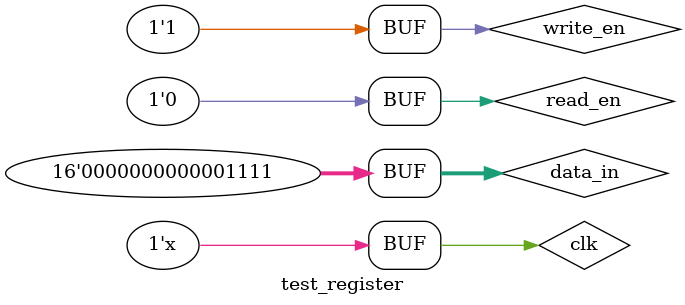
<source format=v>
`timescale 1ns / 1ps


module test_register;

	// Inputs
	reg write_en;
	reg read_en;
	reg [15:0] data_in;
	reg clk;

	// Outputs
	wire [15:0] data_out;
	wire [15:0] store;

	// Instantiate the Unit Under Test (UUT)
	register uut (
		.write_en(write_en), 
		.read_en(read_en), 
		.data_in(data_in), 
		.data_out(data_out), 
		.clk(clk),
		.store(store)
	);

	always begin
	#5 clk = ~clk;
	end
	
	
	initial begin
		// Initialize Inputs
		write_en = 0;
		read_en = 0;
		data_in = 0;
		clk = 0;

		// Wait 100 ns for global reset to finish
		#100;
		write_en=1;
		#100
		data_in = 15;
		
		#100
		read_en = 1;
		// Add stimulus here

		#100
		read_en = 0;

	end
      
endmodule


</source>
